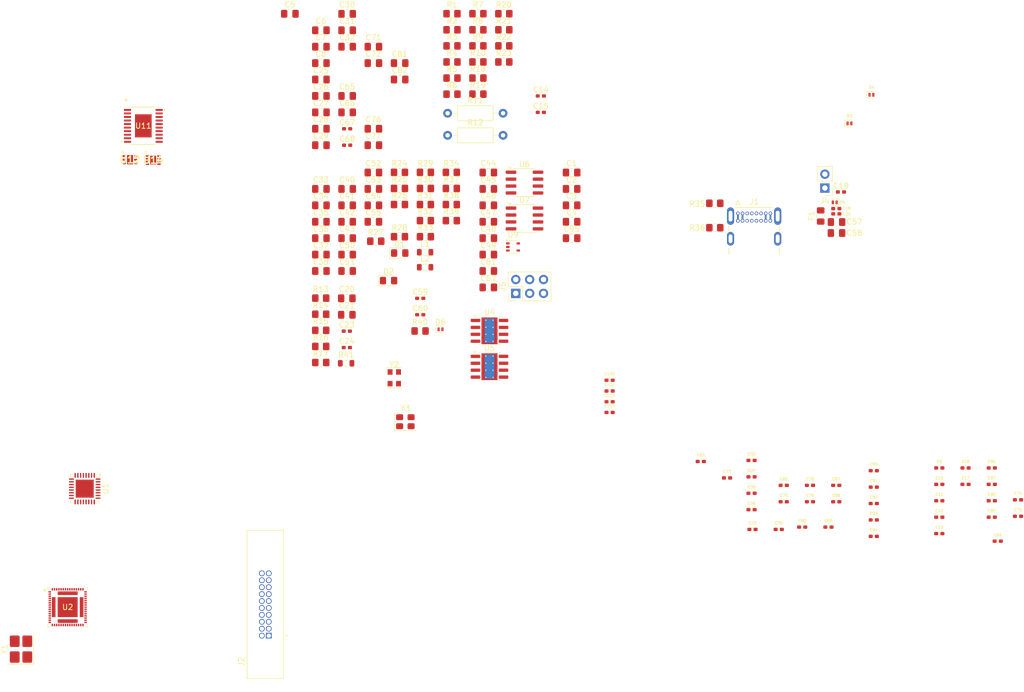
<source format=kicad_pcb>
(kicad_pcb (version 20241229) (generator "pcbnew") (generator_version "9.0")
  (layers (0 "F.Cu" signal) (2 "B.Cu" signal) (13 "F.Paste" user) (15 "B.Paste" user) (5 "F.SilkS" user "F.Silkscreen") (7 "B.SilkS" user "B.Silkscreen") (1 "F.Mask" user) (3 "B.Mask" user) (25 "Edge.Cuts" user))
  (net 0 "")
  (net 1 "GND")
  (net 2 "+3.3V")
  (net 3 "/DAC/DAC_AVDD")
  (net 4 "Net-(U1-DVDD)")
  (net 5 "Net-(U4A-+)")
  (net 6 "Net-(C5-Pad1)")
  (net 7 "Net-(U4A--)")
  (net 8 "Net-(C7-Pad1)")
  (net 9 "Net-(U4B--)")
  (net 10 "/USB Audio Input/0V9BP")
  (net 11 "/USB Audio Input/VBUS")
  (net 12 "Net-(C19-Pad1)")
  (net 13 "Net-(C20-Pad2)")
  (net 14 "/Clocking/XTAL1_IN")
  (net 15 "/Power Managment/+5V_FLT")
  (net 16 "/Power Managment/5VFB")
  (net 17 "Net-(C25-Pad1)")
  (net 18 "Net-(U4B-+)")
  (net 19 "Net-(C26-Pad1)")
  (net 20 "Net-(U5A--)")
  (net 21 "Net-(C28-Pad1)")
  (net 22 "Net-(U5A-+)")
  (net 23 "Net-(C29-Pad1)")
  (net 24 "Net-(U5B--)")
  (net 25 "Net-(U5B-+)")
  (net 26 "Net-(C31-Pad1)")
  (net 27 "Net-(C32-Pad1)")
  (net 28 "/Power Managment/VREG")
  (net 29 "/Power Managment/VREF")
  (net 30 "Net-(D1-A)")
  (net 31 "Net-(D2-K)")
  (net 32 "Net-(C37-Pad1)")
  (net 33 "Net-(C38-Pad1)")
  (net 34 "Net-(U14-VA)")
  (net 35 "/Power Managment/-5VFB")
  (net 36 "Net-(U14-VREG)")
  (net 37 "/Power Managment/-5V_FLT")
  (net 38 "/Power Managment/-5V5")
  (net 39 "Net-(U6-Cdelay)")
  (net 40 "+1V8")
  (net 41 "/Low Noise Rails/Vin")
  (net 42 "Net-(U7-Cdelay)")
  (net 43 "/Power Managment/+5V5")
  (net 44 "0V9")
  (net 45 "/Headphone Amp Stage/L+FLT")
  (net 46 "/Headphone Amp Stage/L-FLT")
  (net 47 "/USB Audio Input/3V3BP")
  (net 48 "/USB Audio Input/D+")
  (net 49 "/USB Audio Input/D-")
  (net 50 "/Debug/XMOS_NRST")
  (net 51 "Net-(U1-ADDR0)")
  (net 52 "Net-(U1-ADDR1)")
  (net 53 "Net-(U11-INBK)")
  (net 54 "/DAC/DAC2b")
  (net 55 "/DAC/DAC2")
  (net 56 "/DAC/DAC1b")
  (net 57 "/Headphone Amp Stage/OUTB")
  (net 58 "/Headphone Amp Stage/LOUT")
  (net 59 "/Headphone Amp Stage/Output_L")
  (net 60 "/Headphone Amp Stage/ROUT")
  (net 61 "/Headphone Amp Stage/Output_R")
  (net 62 "/Clocking/XTAL1_OUT")
  (net 63 "Net-(Y2-OUT)")
  (net 64 "/Clocking/MCLK_XMOS")
  (net 65 "/Clocking/XTAL1_EN")
  (net 66 "Net-(Y2-EN)")
  (net 67 "/Clocking/XTAL2_EN")
  (net 68 "Net-(Y3-EN)")
  (net 69 "/Clocking/MCLK_DAC")
  (net 70 "/Headphone Amp Stage/OUTC")
  (net 71 "/DAC/DAC1")
  (net 72 "/Headphone Amp Stage/OUTA")
  (net 73 "/Headphone Amp Stage/OUTD")
  (net 74 "Net-(R24-Pad2)")
  (net 75 "Net-(U11-FB1)")
  (net 76 "Net-(R26-Pad1)")
  (net 77 "Net-(U11-FB2)")
  (net 78 "Net-(U11-COMP2)")
  (net 79 "Net-(U11-COMP1)")
  (net 80 "Net-(U11-SS)")
  (net 81 "Net-(J1-CC1)")
  (net 82 "Net-(J1-CC2)")
  (net 83 "/DAC/SCL")
  (net 84 "/DAC/GPIO3")
  (net 85 "/DAC/SD0")
  (net 86 "/DAC/GPIO6")
  (net 88 "/DAC/GPIO4")
  (net 90 "/DAC/WS")
  (net 91 "/DAC/GPIO1")
  (net 92 "/DAC/EN")
  (net 93 "/DAC/SDA")
  (net 94 "/DAC/GPIO2")
  (net 95 "/DAC/BCK")
  (net 96 "/DAC/GPIO5")
  (net 105 "/Debug/TDI")
  (net 108 "/Debug/4D3")
  (net 109 "/USB Audio Input/QSPI_D2")
  (net 111 "/Debug/4D1")
  (net 113 "/USB Audio Input/QSPI_CSN")
  (net 114 "/USB Audio Input/QSPI_D3")
  (net 116 "/Debug/TMS")
  (net 118 "/USB Audio Input/QSPI_D1")
  (net 119 "/USB Audio Input/RST_N")
  (net 120 "/USB Audio Input/QSPI_CLK")
  (net 121 "/USB Audio Input/QSPI_D0")
  (net 125 "/Debug/TDO")
  (net 126 "/Debug/TCK")
  (net 127 "/Debug/4D2")
  (net 128 "/Debug/4D0")
  (net 129 "/USB Audio Input/1V1BP")
  (net 132 "+1.8V")
  (net 133 "Net-(F1-Pad2)")
  (net 135 "5Vin")
  (footprint "Capacitor_SMD:C_0402_1005Metric_Pad0.74x0.62mm_HandSolder" (layer "F.Cu") (at 193.84 141.35)
    (property "Reference" "C80")
    (property "Value" "100n" (hide yes))
  )
  (footprint "Resistor_SMD:R_0805_2012Metric_Pad1.20x1.40mm_HandSolder" (layer "F.Cu") (at 124.8 79.25)
    (property "Reference" "R30")
    (property "Value" "4k")
  )
  (footprint "Capacitor_SMD:C_0402_1005Metric_Pad0.74x0.62mm_HandSolder" (layer "F.Cu") (at 190.4575 133.69)
    (property "Reference" "C69")
    (property "Value" "100n" (hide yes))
  )
  (footprint "Oscillator:Oscillator_SMD_Abracon_ASE-4Pin_3.2x2.5mm" (layer "F.Cu") (at 121.125 122.025)
    (property "Reference" "Y3")
    (property "Value" "ASDLJ-E-45.1584MHz")
  )
  (footprint "Capacitor_SMD:C_0402_1005Metric_Pad0.74x0.62mm_HandSolder" (layer "F.Cu") (at 200.0775 133.69)
    (property "Reference" "C87")
    (property "Value" "100n" (hide yes))
  )
  (footprint "Capacitor_SMD:C_0805_2012Metric_Pad1.18x1.45mm_HandSolder" (layer "F.Cu") (at 105.65 82.35)
    (property "Reference" "C34")
    (property "Value" "1u")
  )
  (footprint "Resistor_SMD:R_0805_2012Metric_Pad1.20x1.40mm_HandSolder" (layer "F.Cu") (at 177.825 86.45 180)
    (property "Reference" "R36")
    (property "Value" "5.1k" (hide yes))
  )
  (footprint "Capacitor_SMD:C_0805_2012Metric_Pad1.18x1.45mm_HandSolder" (layer "F.Cu") (at 110.46 50.25)
    (property "Reference" "C31")
    (property "Value" "400p")
  )
  (footprint "Capacitor_SMD:C_0805_2012Metric_Pad1.18x1.45mm_HandSolder" (layer "F.Cu") (at 151.59 76.33)
    (property "Reference" "C1")
    (property "Value" "1u")
  )
  (footprint "Capacitor_SMD:C_0805_2012Metric_Pad1.18x1.45mm_HandSolder" (layer "F.Cu") (at 105.65 62.29)
    (property "Reference" "C26")
    (property "Value" "110p")
  )
  (footprint "Capacitor_SMD:C_0805_2012Metric_Pad1.18x1.45mm_HandSolder" (layer "F.Cu") (at 110.46 88.37)
    (property "Reference" "C43")
    (property "Value" "4.7u")
  )
  (footprint "Capacitor_SMD:C_0402_1005Metric_Pad0.74x0.62mm_HandSolder" (layer "F.Cu") (at 218.9575 139.53)
    (property "Reference" "C12")
    (property "Value" "100n" (hide yes))
  )
  (footprint "Capacitor_SMD:C_0402_1005Metric_Pad0.74x0.62mm_HandSolder" (layer "F.Cu") (at 200.0775 136.7)
    (property "Reference" "C88")
    (property "Value" "100n" (hide yes))
  )
  (footprint "Capacitor_SMD:C_0402_1005Metric_Pad0.74x0.62mm_HandSolder" (layer "F.Cu") (at 123.85 99.4)
    (property "Reference" "C59")
    (property "Value" "100n")
  )
  (footprint "Capacitor_SMD:C_0805_2012Metric_Pad1.18x1.45mm_HandSolder" (layer "F.Cu") (at 136.33 94.39)
    (property "Reference" "C61")
    (property "Value" "1u")
  )
  (footprint "Resistor_SMD:R_0805_2012Metric_Pad1.20x1.40mm_HandSolder" (layer "F.Cu") (at 120.05 82.2)
    (property "Reference" "R26")
    (property "Value" "36k")
  )
  (footprint "Capacitor_SMD:C_0805_2012Metric_Pad1.18x1.45mm_HandSolder" (layer "F.Cu") (at 115.27 79.34)
    (property "Reference" "C53")
    (property "Value" "4.7u")
  )
  (footprint "Resistor_SMD:R_0805_2012Metric_Pad1.20x1.40mm_HandSolder" (layer "F.Cu") (at 105.62 102.32)
    (property "Reference" "R14")
    (property "Value" "22R")
  )
  (footprint "Package_SO:SOIC-8_3.9x4.9mm_P1.27mm" (layer "F.Cu") (at 142.96 84.76)
    (property "Reference" "U7")
    (property "Value" "MCP1727-3302xSN")
  )
  (footprint "Capacitor_SMD:C_0805_2012Metric_Pad1.18x1.45mm_HandSolder" (layer "F.Cu") (at 110.46 65.3)
    (property "Reference" "C66")
    (property "Value" "4.7u")
  )
  (footprint "Capacitor_SMD:C_0402_1005Metric_Pad0.74x0.62mm_HandSolder" (layer "F.Cu") (at 218.9575 136.52)
    (property "Reference" "C11")
    (property "Value" "100n" (hide yes))
  )
  (footprint "Capacitor_SMD:C_0402_1005Metric_Pad0.74x0.62mm_HandSolder" (layer "F.Cu") (at 229.665 143.925)
    (property "Reference" "C64")
    (property "Value" "100n" (hide yes))
  )
  (footprint "Capacitor_SMD:C_0402_1005Metric_Pad0.74x0.62mm_HandSolder" (layer "F.Cu") (at 158.55 120.335)
    (property "Reference" "C103")
    (property "Value" "100n" (hide yes))
  )
  (footprint "Capacitor_SMD:C_0805_2012Metric_Pad1.18x1.45mm_HandSolder" (layer "F.Cu") (at 110.46 62.29)
    (property "Reference" "C65")
    (property "Value" "1u")
  )
  (footprint "Capacitor_SMD:C_0402_1005Metric_Pad0.74x0.62mm_HandSolder" (layer "F.Cu") (at 206.9575 143.045)
    (property "Reference" "C94")
    (property "Value" "100n" (hide yes))
  )
  (footprint "Resistor_SMD:R_0805_2012Metric_Pad1.20x1.40mm_HandSolder" (layer "F.Cu") (at 123.82 105.39)
    (property "Reference" "R40")
    (property "Value" "10K")
  )
  (footprint "Capacitor_SMD:C_0805_2012Metric_Pad1.18x1.45mm_HandSolder" (layer "F.Cu") (at 110.46 85.36)
    (property "Reference" "C42")
    (property "Value" "4.7u")
  )
  (footprint "Capacitor_SMD:C_0805_2012Metric_Pad1.18x1.45mm_HandSolder" (layer "F.Cu") (at 120.08 59.28)
    (property "Reference" "C82")
    (property "Value" "4.7u")
  )
  (footprint "Capacitor_SMD:C_0805_2012Metric_Pad1.18x1.45mm_HandSolder" (layer "F.Cu") (at 136.33 82.35)
    (property "Reference" "C46")
    (property "Value" "10u")
  )
  (footprint "Capacitor_SMD:C_0402_1005Metric_Pad0.74x0.62mm_HandSolder" (layer "F.Cu") (at 218.9575 142.54)
    (property "Reference" "C13")
    (property "Value" "100n" (hide yes))
  )
  (footprint "Resistor_SMD:R_0805_2012Metric_Pad1.20x1.40mm_HandSolder" (layer "F.Cu") (at 129.67 47.21)
    (property "Reference" "R1")
    (property "Value" "4.8k")
  )
  (footprint "Capacitor_SMD:C_0402_1005Metric_Pad0.74x0.62mm_HandSolder" (layer "F.Cu") (at 206.9575 140.035)
    (property "Reference" "C93")
    (property "Value" "100n" (hide yes))
  )
  (footprint "Capacitor_SMD:C_0402_1005Metric_Pad0.74x0.62mm_HandSolder" (layer "F.Cu") (at 223.7675 130.5)
    (property "Reference" "C16")
    (property "Value" "100n" (hide yes))
  )
  (footprint "Resistor_SMD:R_0805_2012Metric_Pad1.20x1.40mm_HandSolder" (layer "F.Cu") (at 124.8 76.3)
    (property "Reference" "R29")
    (property "Value" "750k")
  )
  (footprint "Capacitor_SMD:C_0402_1005Metric_Pad0.74x0.62mm_HandSolder" (layer "F.Cu") (at 206.9575 137.025)
    (property "Reference" "C92")
    (property "Value" "100n" (hide yes))
  )
  (footprint "Capacitor_SMD:C_0402_1005Metric_Pad0.74x0.62mm_HandSolder" (layer "F.Cu") (at 218.9575 130.5)
    (property "Reference" "C9")
    (property "Value" "100n" (hide yes))
  )
  (footprint "Resistor_SMD:R_0805_2012Metric_Pad1.20x1.40mm_HandSolder" (layer "F.Cu") (at 139.17 50.16)
    (property "Reference" "R21")
    (property "Value" "4.7k")
  )
  (footprint "Capacitor_SMD:C_0402_1005Metric_Pad0.74x0.62mm_HandSolder" (layer "F.Cu") (at 228.5775 133.51)
    (property "Reference" "C97")
    (property "Value" "100n" (hide yes))
  )
  (footprint "Oscillator:Oscillator_SMD_EuroQuartz_XO32-4Pin_3.2x2.5mm" (layer "F.Cu") (at 119.1 113.975)
    (property "Reference" "Y2")
    (property "Value" "LMK6CE049152CDLFR")
  )
  (footprint "Resistor_SMD:R_0805_2012Metric_Pad1.20x1.40mm_HandSolder" (layer "F.Cu") (at 129.67 61.96)
    (property "Reference" "R6")
    (property "Value" "4.7k")
  )
  (footprint "Capacitor_SMD:C_0402_1005Metric_Pad0.74x0.62mm_HandSolder" (layer "F.Cu") (at 195.2675 136.7)
    (property "Reference" "C79")
    (property "Value" "100n" (hide yes))
  )
  (footprint "Capacitor_SMD:C_0805_2012Metric_Pad1.18x1.45mm_HandSolder" (layer "F.Cu") (at 110.46 47.24)
    (property "Reference" "C30")
    (property "Value" "1p")
  )
  (footprint "Resistor_SMD:R_0805_2012Metric_Pad1.20x1.40mm_HandSolder" (layer "F.Cu") (at 129.55 76.3)
    (property "Reference" "R34")
    (property "Value" "52.3K")
  )
  (footprint "Capacitor_SMD:C_0402_1005Metric_Pad0.74x0.62mm_HandSolder" (layer "F.Cu") (at 158.55 114.425)
    (property "Reference" "C100")
    (property "Value" "100n" (hide yes))
  )
  (footprint "Capacitor_SMD:C_0402_1005Metric_Pad0.74x0.62mm_HandSolder" (layer "F.Cu") (at 198.65 141.35)
    (property "Reference" "C89")
    (property "Value" "100n" (hide yes))
  )
  (footprint "Capacitor_SMD:C_0805_2012Metric_Pad1.18x1.45mm_HandSolder" (layer "F.Cu") (at 105.65 85.36)
    (property "Reference" "C35")
    (property "Value" "10u")
  )
  (footprint "Resistor_SMD:R_0805_2012Metric_Pad1.20x1.40mm_HandSolder" (layer "F.Cu") (at 124.8 88.1)
    (property "Reference" "R33")
    (property "Value" "470K")
  )
  (footprint "Capacitor_SMD:C_0805_2012Metric_Pad1.18x1.45mm_HandSolder" (layer "F.Cu") (at 136.33 76.33)
    (property "Reference" "C44")
    (property "Value" "1u")
  )
  (footprint "Resistor_SMD:R_0805_2012Metric_Pad1.20x1.40mm_HandSolder" (layer "F.Cu") (at 134.42 61.96)
    (property "Reference" "R19")
    (property "Value" "4.8k")
  )
  (footprint "Capacitor_SMD:C_0402_1005Metric_Pad0.74x0.62mm_HandSolder" (layer "F.Cu") (at 158.55 116.395)
    (property "Reference" "C101")
    (property "Value" "100n" (hide yes))
  )
  (footprint "Capacitor_SMD:C_0402_1005Metric_Pad0.74x0.62mm_HandSolder" (layer "F.Cu") (at 180.0675 132.335)
    (property "Reference" "C73")
    (property "Value" "10n" (hide yes))
  )
  (footprint "Capacitor_SMD:C_0805_2012Metric_Pad1.18x1.45mm_HandSolder" (layer "F.Cu") (at 105.65 53.26)
    (property "Reference" "C7")
    (property "Value" "110p")
  )
  (footprint "Capacitor_SMD:C_0402_1005Metric_Pad0.74x0.62mm_HandSolder" (layer "F.Cu") (at 195.2675 133.69)
    (property "Reference" "C78")
    (property "Value" "10n" (hide yes))
  )
  (footprint "Capacitor_SMD:C_0805_2012Metric_Pad1.18x1.45mm_HandSolder" (layer "F.Cu") (at 110.46 82.35)
    (property "Reference" "C41")
    (property "Value" "4.7u")
  )
  (footprint "Connector_PinHeader_2.54mm:PinHeader_2x03_P2.54mm_Vertical" (layer "F.Cu") (at 141.36 98.49 90)
    (property "Reference" "J5")
    (property "Value" "PINHD_2x3_Male")
  )
  (footprint "Capacitor_SMD:C_0805_2012Metric_Pad1.18x1.45mm_HandSolder" (layer "F.Cu") (at 110.46 53.26)
    (property "Reference" "C32")
    (property "Value" "110p")
  )
  (footprint "M50_3551042:HARWIN_M50-3551042" (layer "F.Cu") (at 95.465 155.54 90)
    (property "Reference" "J2")
    (property "Value" "M50-3551042")
  )
  (footprint "Capacitor_SMD:C_0805_2012Metric_Pad1.18x1.45mm_HandSolder" (layer "F.Cu") (at 105.65 94.39)
    (property "Reference" "C38")
    (property "Value" "47u")
  )
  (footprint "Resistor_THT:R_Axial_DIN0207_L6.3mm_D2.5mm_P10.16mm_Horizontal" (layer "F.Cu") (at 128.87 69.51)
    (property "Reference" "R12")
    (property "Value" "39.2")
  )
  (footprint "Diode_SMD:D_SOD-882" (layer "F.Cu") (at 127.565 105.085)
    (property "Reference" "D6")
    (property "Value" "PESD5V0L1BSL")
  )
  (footprint "Diode_SMD:D_SOD-882" (layer "F.Cu") (at 199.8 81.8 180)
    (property "Reference" "D5")
    (property "Value" "PESD5V0L1BSL" (hide yes))
  )
  (footprint "Capacitor_SMD:C_0402_1005Metric_Pad0.74x0.62mm_HandSolder" (layer "F.Cu") (at 184.5575 132.135)
    (property "Reference" "C84")
    (property "Value" "10n" (hide yes))
  )
  (footprint "Capacitor_SMD:C_0402_1005Metric_Pad0.74x0.62mm_HandSolder" (layer "F.Cu") (at 158.55 118.365)
    (property "Reference" "C102")
    (property "Value" "100n" (hide yes))
  )
  (footprint "Resistor_SMD:R_0805_2012Metric_Pad1.20x1.40mm_HandSolder" (layer "F.Cu") (at 129.55 85.15)
    (property "Reference" "R39")
    (property "Value" "620k")
  )
  (footprint "Resistor_SMD:R_0805_2012Metric_Pad1.20x1.40mm_HandSolder" (layer "F.Cu") (at 120.05 88.1)
    (property "Reference" "R28")
    (property "Value" "27K")
  )
  (footprint "Resistor_SMD:R_0805_2012Metric_Pad1.20x1.40mm_HandSolder" (layer "F.Cu") (at 134.42 56.06)
    (property "Reference" "R10")
    (property "Value" "4.7k")
  )
  (footprint "Capacitor_SMD:C_0805_2012Metric_Pad1.18x1.45mm_HandSolder" (layer "F.Cu") (at 136.33 97.4)
    (property "Reference" "C62")
    (property "Value" "1u")
  )
  (footprint "Capacitor_SMD:C_0805_2012Metric_Pad1.18x1.45mm_HandSolder" (layer "F.Cu") (at 115.27 56.27)
    (property "Reference" "C72")
    (property "Value" "4.7u")
  )
  (footprint "Resistor_THT:R_Axial_DIN0207_L6.3mm_D2.5mm_P10.16mm_Horizontal" (layer "F.Cu") (at 128.87 65.46)
    (property "Reference" "R11")
    (property "Value" "39.2")
  )
  (footprint "Resistor_SMD:R_0805_2012Metric_Pad1.20x1.40mm_HandSolder" (layer "F.Cu") (at 134.42 59.01)
    (property "Reference" "R18")
    (property "Value" "1k")
  )
  (footprint "Capacitor_SMD:C_0402_1005Metric_Pad0.74x0.62mm_HandSolder" (layer "F.Cu") (at 110.46 71.32)
    (property "Reference" "C68")
    (property "Value" "10n")
  )
  (footprint "Capacitor_SMD:C_0402_1005Metric_Pad0.74x0.62mm_HandSolder" (layer "F.Cu") (at 175.2575 129.325)
    (property "Reference" "C63")
    (property "Value" "10n" (hide yes))
  )
  (footprint "Capacitor_SMD:C_0805_2012Metric_Pad1.18x1.45mm_HandSolder" (layer "F.Cu") (at 110.46 91.38)
    (property "Reference" "C50")
    (property "Value" "4.7u")
  )
  (footprint "Capacitor_SMD:C_0805_2012Metric_Pad1.18x1.45mm_HandSolder" (layer "F.Cu") (at 105.65 79.34)
    (property "Reference" "C33")
    (property "Value" "1u")
  )
  (footprint "Crystal:Crystal_SMD_3225-4Pin_3.2x2.5mm_HandSoldering" (layer "F.Cu") (at 50.7 163.725 90)
    (property "Reference" "Y1")
    (property "Value" "Crystal_GND24")
  )
  (footprint "Diode_SMD:D_0805_2012Metric_Pad1.15x1.40mm_HandSolder" (layer "F.Cu") (at 120.095 91.095)
    (property "Reference" "D1")
    (property "Value" "D_Schottky")
  )
  (footprint "Resistor_SMD:R_0805_2012Metric_Pad1.20x1.40mm_HandSolder" (layer "F.Cu") (at 129.67 53.11)
    (property "Reference" "R3")
    (property "Value" "4.7k")
  )
  (footprint "Capacitor_SMD:C_0805_2012Metric_Pad1.18x1.45mm_HandSolder" (layer "F.Cu") (at 105.65 91.38)
    (property "Reference" "C37")
    (property "Value" "47u")
  )
  (footprint "Capacitor_SMD:C_0402_1005Metric_Pad0.74x0.62mm_HandSolder" (layer "F.Cu") (at 190.4575 136.7)
    (property "Reference" "C70")
    (property "Value" "100n" (hide yes))
  )
  (footprint "Package_SO:SOIC-8_3.9x4.9mm_P1.27mm" (layer "F.Cu") (at 142.96 78.18)
    (property "Reference" "U6")
    (property "Value" "MCP1727-1802xSN")
  )
  (footprint "Resistor_SMD:R_0805_2012Metric_Pad1.20x1.40mm_HandSolder" (layer "F.Cu") (at 120.05 76.3)
    (property "Reference" "R24")
    (property "Value" "560K")
  )
  (footprint "ADP5071:RE-20-1_ADI" (layer "F.Cu") (at 73.113601 67.7722)
    (property "Reference" "U11")
    (property "Value" "ADP5071AREZ-R7")
  )
  (footprint "Capacitor_SMD:C_0805_2012Metric_Pad1.18x1.45mm_HandSolder" (layer "F.Cu") (at 105.65 65.3)
    (property "Reference" "C27")
    (property "Value" "1p")
  )
  (footprint "Resistor_SMD:R_0805_2012Metric_Pad1.20x1.40mm_HandSolder" (layer "F.Cu") (at 139.17 53.11)
    (property "Reference" "R22")
    (property "Value" "1k")
  )
  (footprint "Capacitor_SMD:C_0805_2012Metric_Pad1.18x1.45mm_HandSolder" (layer "F.Cu") (at 136.33 79.34)
    (property "Reference" "C45")
    (property "Value" "1u")
  )
  (footprint "Resistor_SMD:R_0805_2012Metric_Pad1.20x1.40mm_HandSolder" (layer "F.Cu") (at 105.62 99.37)
    (property "Reference" "R13")
    (property "Value" "680")
  )
  (footprint "Capacitor_SMD:C_0402_1005Metric_Pad0.74x0.62mm_HandSolder" (layer "F.Cu") (at 233.3825 139.36)
    (property "Reference" "C75")
    (property "Value" "100n" (hide yes))
  )
  (footprint "Diode_SMD:D_SOD-882" (layer "F.Cu") (at 202.5 67.325)
    (property "Reference" "D3")
    (property "Value" "PESD5V0L1BSL" (hide yes))
  )
  (footprint "Capacitor_SMD:C_0805_2012Metric_Pad1.18x1.45mm_HandSolder" (layer "F.Cu") (at 115.27 53.26)
    (property "Reference" "C71")
    (property "Value" "1u")
  )
  (footprint "Fuse:Fuse_0805_2012Metric_Pad1.15x1.40mm_HandSolder" (layer "F.Cu") (at 197.225 84.3 90)
    (property "Reference" "F1")
    (property "Value" "2A")
  )
  (footprint "Capacitor_SMD:C_0402_1005Metric_Pad0.74x0.62mm_HandSolder" (layer "F.Cu") (at 145.95 62.29)
    (property "Reference" "C14")
    (property "Value" "100n")
  )
  (footprint "Package_SO:SOIC-8-1EP_3.9x4.9mm_P1.27mm_EP2.95x4.9mm_Mask2.71x3.4mm_ThermalVias" (layer "F.Cu") (at 136.5425 105.36)
    (property "Reference" "U4")
    (property "Value" "OPA1612AxD")
  )
  (footprint "Resistor_SMD:R_0805_2012Metric_Pad1.20x1.40mm_HandSolder" (layer "F.Cu") (at 105.62 108.22)
    (property "Reference" "R16")
    (property "Value" "22R")
  )
  (footprint "Resistor_SMD:R_0805_2012Metric_Pad1.20x1.40mm_HandSolder" (layer "F.Cu") (at 177.825 81.975)
    (property "Reference" "R35")
    (property "Value" "5.1k" (hide yes))
  )
  (footprint "Capacitor_SMD:C_0402_1005Metric_Pad0.74x0.62mm_HandSolder" (layer "F.Cu") (at 228.5775 136.52)
    (property "Reference" "C98")
    (property "Value" "100n" (hide yes))
  )
  (footprint "Capacitor_SMD:C_0402_1005Metric_Pad0.74x0.62mm_HandSolder" (layer "F.Cu") (at 223.7675 133.51)
    (property "Reference" "C17")
    (property "Value" "100n" (hide yes))
  )
  (footprint "Resistor_SMD:R_0805_2012Metric_Pad1.20x1.40mm_HandSolder" (layer "F.Cu") (at 129.55 82.2)
    (property "Reference" "R38")
    (property "Value" "1k")
  )
  (footprint "Package_SO:SOIC-8-1EP_3.9x4.9mm_P1.27mm_EP2.95x4.9mm_Mask2.71x3.4mm_ThermalVias" (layer "F.Cu") (at 136.5425 111.94)
    (property "Reference" "U5")
    (property "Value" "OPA1612AxD")
  )
  (footprint "Capacitor_SMD:C_0402_1005Metric_Pad0.74x0.62mm_HandSolder" (layer "F.Cu") (at 184.5575 138.155)
    (property "Reference" "C86")
    (property "Value" "10n" (hide yes))
  )
  (footprint "Capacitor_SMD:C_0402_1005Metric_Pad0.74x0.62mm_HandSolder" (layer "F.Cu") (at 200.0925 82.95)
    (property "Reference" "C18")
    (property "Value" "100n" (hide yes))
  )
  (footprint "Inductor_SMD:L_0805_2012Metric" (layer "F.Cu") (at 110.27 111.31)
    (property "Reference" "R41")
    (property "Value" "1M")
  )
  (footprint "Capacitor_SMD:C_0805_2012Metric_Pad1.18x1.45mm_HandSolder" (layer "F.Cu") (at 115.27 71.32)
    (property "Reference" "C77")
    (property "Value" "4.7u")
  )
  (footprint "Resistor_SMD:R_0805_2012Metric_Pad1.20x1.40mm_HandSolder" (layer "F.Cu") (at 139.17 56.06)
    (property "Reference" "R23")
    (property "Value" "1k")
  )
  (footprint "Capacitor_SMD:C_0402_1005Metric_Pad0.74x0.62mm_HandSolder" (layer "F.Cu") (at 228.5775 130.5)
    (property "Reference" "C96")
    (property "Value" "100n" (hide yes))
  )
  (footprint "Capacitor_SMD:C_0402_1005Metric_Pad0.74x0.62mm_HandSolder" (layer "F.Cu") (at 110.4 105.42)
    (property "Reference" "C23")
    (property "Value" "100n")
  )
  (footprint "Capacitor_SMD:C_0402_1005Metric_Pad0.74x0.62mm_HandSolder" (layer "F.Cu") (at 218.9575 133.51)
    (property "Reference" "C10")
    (property "Value" "100n" (hide yes))
  )
  (footprint "Capacitor_SMD:C_0805_2012Metric_Pad1.18x1.45mm_HandSolder" (layer "F.Cu") (at 105.65 50.25)
    (property "Reference" "C6")
    (property "Value" "1p")
  )
  (footprint "Capacitor_SMD:C_0402_1005Metric_Pad0.74x0.62mm_HandSolder" (layer "F.Cu") (at 184.5575 129.125)
    (property "Reference" "C83")
    (property "Value" "10n" (hide yes))
  )
  (footprint "Diode_SMD:D_0805_2012Metric_Pad1.15x1.40mm_HandSolder" (layer "F.Cu") (at 118.05 96.15)
    (property "Reference" "D2")
    (property "Value" "D_Schottky")
  )
  (footprint "Capacitor_SMD:C_0402_1005Metric_Pad0.74x0.62mm_HandSolder" (layer "F.Cu") (at 228.5775 139.53)
    (property "Reference" "C99")
    (property "Value" "100n" (hide yes))
  )
  (footprint "Capacitor_SMD:C_0805_2012Metric_Pad1.18x1.45mm_HandSolder" (layer "F.Cu") (at 115.27 76.33)
    (property "Reference" "C52")
    (property "Value" "4.7u")
  )
  (footprint "Capacitor_SMD:C_0402_1005Metric_Pad0.74x0.62mm_HandSolder" (layer "F.Cu") (at 184.7325 141.775)
    (property "Reference" "C22")
    (property "Value" "10n" (hide yes))
  )
  (footprint "Capacitor_SMD:C_0402_1005Metric_Pad0.74x0.62mm_HandSolder" (layer "F.Cu") (at 189.5425 141.775)
    (property "Reference" "C39")
    (property "Value" "10n" (hide yes))
  )
  (footprint "Resistor_SMD:R_0805_2012Metric_Pad1.20x1.40mm_HandSolder" (layer "F.Cu") (at 124.8 82.2)
    (property "Reference" "R31")
    (property "Value" "1K")
  )
  (footprint "Capacitor_SMD:C_0402_1005Metric_Pad0.74x0.62mm_HandSolder" (layer "F.Cu") (at 184.5575 135.145)
    (property "Reference" "C85")
    (property "Value" "10n" (hide yes))
  )
  (footprint "Diode_SMD:D_SOD-882" (layer "F.Cu") (at 206.525 62.075)
    (property "Reference" "D4")
    (property "Value" "PESD5V0L1BSL" (hide yes))
  )
  (footprint "Resistor_SMD:R_0805_2012Metric_Pad1.20x1.40mm_HandSolder" (layer "F.Cu") (at 129.55 79.25)
    (property "Reference" "R37")
    (property "Value" "8.2k")
  )
  (footprint "Capacitor_SMD:C_0805_2012Metric_Pad1.18x1.45mm_HandSolder" (layer "F.Cu") (at 151.59 79.34)
    (property "Reference" "C2")
    (property "Value" "1u")
  )
  (footprint "Capacitor_SMD:C_0805_2012Metric_Pad1.18x1.45mm_HandSolder" (layer "F.Cu") (at 110.46 94.39)
    (property "Reference" "C51")
    (property "Value" "4.7u")
  )
  (footprint "Resistor_SMD:R_0805_2012Metric_Pad1.20x1.40mm_HandSolder" (layer "F.Cu") (at 134.42 50.16)
    (property "Reference" "R8")
    (property "Value" "4.7meg")
  )
  (footprint "Capacitor_SMD:C_0805_2012Metric_Pad1.18x1.45mm_HandSolder" (layer "F.Cu") (at 200.13 85.415)
    (property "Reference" "C57")
    (property "Value" "1u" (hide yes))
  )
  (footprint "Resistor_SMD:R_0805_2012Metric_Pad1.20x1.40mm_HandSolder" (layer "F.Cu") (at 129.67 59.01)
    (property "Reference" "R5")
    (property "Value" "4.7meg")
  )
  (footprint "Capacitor_SMD:C_0805_2012Metric_Pad1.18x1.45mm_HandSolder" (layer "F.Cu") (at 136.33 85.36)
    (property "Reference" "C47")
    (property "Value" "10u")
  )
  (footprint "Capacitor_SMD:C_0805_2012Metric_Pad1.18x1.45mm_HandSolder" (layer "F.Cu") (at 115.27 82.35)
    (property "Reference" "C54")
    (property "Value" "4.7u")
  )
  (footprint "Capacitor_SMD:C_0402_1005Metric_Pad0.74x0.62mm_HandSolder" (layer "F.Cu") (at 233.3825 136.35)
    (property "Reference" "C74")
    (property "Value" "100n" (hide yes))
  )
  (footprint "Capacitor_SMD:C_0805_2012Metric_Pad1.18x1.45mm_HandSolder" (layer "F.Cu") (at 110.4 102.41)
    (property "Reference" "C21")
    (property "Value" "18p")
  )
  (footprint "Capacitor_SMD:C_0805_2012Metric_Pad1.18x1.45mm_HandSolder" (layer "F.Cu") (at 105.65 56.27)
    (property "Reference" "C8")
    (property "Value" "1p")
  )
  (footprint "Resistor_SMD:R_0805_2012Metric_Pad1.20x1.40mm_HandSolder" (layer "F.Cu") (at 129.67 56.06)
    (property "Reference" "R4")
    (property "Value" "4.8k")
  )
  (footprint "Capacitor_SMD:C_0805_2012Metric_Pad1.18x1.45mm_HandSolder" (layer "F.Cu") (at 105.65 59.28)
    (property "Reference" "C25")
    (property "Value" "400p")
  )
  (footprint "Capacitor_SMD:C_0805_2012Metric_Pad1.18x1.45mm_HandSolder" (layer "F.Cu") (at 151.59 85.36)
    (property "Reference" "C4")
    (property "Value" "1u")
  )
  (footprint "Capacitor_SMD:C_0402_1005Metric_Pad0.74x0.62mm_HandSolder" (layer "F.Cu") (at 200.0925 83.915)
    (property "Reference" "C56")
    (property "Value" "100n" (hide yes))
  )
  (footprint "Capacitor_SMD:C_0402_1005Metric_Pad0.74x0.62mm_HandSolder" (layer "F.Cu") (at 145.95 65.3)
    (property "Reference" "C15")
    (property "Value" "100n")
  )
  (footprint "Capacitor_SMD:C_0402_1005Metric_Pad0.74x0.62mm_HandSolder" (layer "F.Cu") (at 123.85 102.41)
    (property "Reference" "C60")
    (property "Value" "100n")
  )
  (footprint "2137160001:MOLEX_2137160001" (layer "F.Cu") (at 185.03 91.475)
    (property "Reference" "J1")
    (property "Value" "2137160001" (hide yes))
  )
  (footprint "Inductor_SMD:L_0805_2012Metric" (layer "F.Cu") (at 124.74 93.7)
    (property "Reference" "L2")
    (property "Value" "4.7u")
  )
  (footprint "Capacitor_SMD:C_0805_2012Metric_Pad1.18x1.45mm_HandSolder" (layer "F.Cu") (at 136.33 91.38)
    (property "Reference" "C49")
    (property "Value" "1u")
  )
  (footprint "Capacitor_SMD:C_0805_2012Metric_Pad1.18x1.45mm_HandSolder" (layer "F.Cu") (at 115.27 68.31)
    (property "Reference" "C76")
    (property "Value" "1u")
  )
  (footprint "Resistor_SMD:R_0805_2012Metric_Pad1.20x1.40mm_HandSolder" (layer "F.Cu") (at 115.7 88.925)
    (property "Reference" "R27")
    (property "Value" "100K")
  )
  (footprint "TPS74501PDRVR:SON65P200X200X80-7N" (layer "F.Cu") (at 70.675 73.975)
    (property "Reference" "U12")
    (property "Value" "TPS74501PDRVR" (hide yes))
  )
  (footprint "Resistor_SMD:R_0805_2012Metric_Pad1.20x1.40mm_HandSolder" (layer "F.Cu") (at 129.67 50.16)
    (property "Reference" "R2")
    (property "Value" "4.7meg")
  )
  (footprint "ADP7185ACPZN-R7:SON50P200X200X60-9N" (layer "F.Cu") (at 74.925 74.05)
    (property "Reference" "U14")
    (property "Value" "ADP7185ACPZN-R7" (hide yes))
  )
  (footprint "Capacitor_SMD:C_0402_1005Metric_Pad0.74x0.62mm_HandSolder" (layer "F.Cu") (at 200.9425 79.9)
    (property "Reference" "C19")
    (property "Value" "100n" (hide yes))
  )
  (footprint "Resistor_SMD:R_0805_2012Metric_Pad1.20x1.40mm_HandSolder" (layer "F.Cu") (at 120.05 79.25)
    (property "Reference" "R25")
    (property "Value" "100K")
  )
  (footprint "Capacitor_SMD:C_0805_2012Metric_Pad1.18x1.45mm_HandSolder" (layer "F.Cu") (at 110.4 99.4)
    (property "Reference" "C20")
    (property "Value" "18p")
  )
  (footprint "Capacitor_SMD:C_0805_2012Metric_Pad1.18x1.45mm_HandSolder" (layer "F.Cu") (at 120.08 56.27)
    (property "Reference" "C81")
    (property "Value" "1u")
  )
  (footprint "Capacitor_SMD:C_0805_2012Metric_Pad1.18x1.45mm_HandSolder" (layer "F.Cu") (at 105.65 88.37)
    (property "Reference" "C36")
    (property "Value" "10u")
  )
  (footprint "Resistor_SMD:R_0805_2012Metric_Pad1.20x1.40mm_HandSolder" (layer "F.Cu") (at 105.62 105.27)
    (property "Reference" "R15")
    (property "Value" "22R")
  )
  (footprint "Capacitor_SMD:C_0805_2012Metric_Pad1.18x1.45mm_HandSolder" (layer "F.Cu") (at 151.59 82.35)
    (property "Reference" "C3")
    (property "Value" "1u")
  )
  (footprint "Capacitor_SMD:C_0805_2012Metric_Pad1.18x1.45mm_HandSolder" (layer "F.Cu") (at 151.59 88.37)
    (property "Reference" "C95")
    (property "Value" "1u")
  )
  (footprint "Resistor_SMD:R_0805_2012Metric_Pad1.20x1.40mm_HandSolder" (layer "F.Cu") (at 139.17 47.21)
    (property "Reference" "R20")
    (property "Value" "4.7meg")
  )
  (footprint "Capacitor_SMD:C_0805_2012Metric_Pad1.18x1.45mm_HandSolder" (layer "F.Cu") (at 105.65 68.31)
    (property "Reference" "C28")
    (property "Value" "400p")
  )
  (footprint "Capacitor_SMD:C_0805_2012Metric_Pad1.18x1.45mm_HandSolder" (layer "F.Cu") (at 99.9625 47.225)
    (property "Reference" "C5")
    (property "Value" "400p")
  )
  (footprint "Resistor_SMD:R_0805_2012Metric_Pad1.20x1.40mm_HandSolder" (layer "F.Cu") (at 105.62 111.17)
    (property "Reference" "R17")
    (property "Value" "22R")
  )
  (footprint "Capacitor_SMD:C_0402_1005Metric_Pad0.74x0.62mm_HandSolder" (layer "F.Cu") (at 110.46 68.31)
    (property "Reference" "C67")
    (property "Value" "100n")
  )
  (footprint "Capacitor_SMD:C_0805_2012Metric_Pad1.18x1.45mm_HandSolder" (layer "F.Cu") (at 110.46 79.34)
    (property "Reference" "C40")
    (property "Value" "1u")
  )
  (footprint "Capacitor_SMD:C_0402_1005Metric_Pad0.74x0.62mm_HandSolder" (layer "F.Cu") (at 206.9575 134.015)
    (property "Reference" "C91")
    (property "Value" "100n" (hide yes))
  )
  (footprint "Capacitor_SMD:C_0805_2012Metric_Pad1.18x1.45mm_HandSolder" (layer "F.Cu") (at 105.65 71.32)
    (property "Reference" "C29")
    (property "Value" "110p")
  )
  (footprint "Connector_PinHeader_2.54mm:PinHeader_1x02_P2.54mm_Vertical" (layer "F.Cu") (at 198 79.175 180)
    (property "Reference" "J4")
    (property "Value" "PINHD_1x2_Male" (hide yes))
  )
  (footprint "Inductor_SMD:L_0805_2012Metric" (layer "F.Cu") (at 124.74 90.95)
    (property "Reference" "L1")
    (property "Value" "3.3u")
  )
  (footprint "Package_DFN_QFN:QFN-32-1EP_5x5mm_P0.5mm_EP3.3x3.3mm" (layer "F.Cu") (at 62.375 134.3 -90)
    (property "Reference" "U1")
    (property "Value" "ES9039Q2M")
  )
  (footprint "Resistor_SMD:R_0805_2012Metric_Pad1.20x1.40mm_HandSolder" (layer "F.Cu") (at 134.42 47.21)
    (property "Reference" "R7")
    (property "Value" "4.8k")
  )
  (footprint "Capacitor_SMD:C_0805_2012Metric_Pad1.18x1.45mm_HandSolder" (layer "F.Cu") (at 115.27 85.36)
    (property "Reference" "C55")
    (property "Value" "4.7u")
  )
  (footprint "Resistor_SMD:R_0805_2012Metric_Pad1.20x1.40mm_HandSolder" (layer "F.Cu") (at 124.8 85.15)
    (property "Reference" "R32")
    (property "Value" "DNP")
  )
  (footprint "footprints:QFN_F60B-C24_XMO" (layer "F.Cu") (at 59.25 156.025)
    (property "Reference" "U2")
    (property "Value" "XU316-1024-QF60B-C24")
  )
  (footprint "Package_TO_SOT_SMD:SOT-353_SC-70-5" (layer "F.Cu") (at 140.86 89.985)
    (property "Reference" "U9")
    (property "Value" "TPS717XX")
  )
  (footprint "Capacitor_SMD:C_0805_2012Metric_Pad1.18x1.45mm_HandSolder" (layer "F.Cu") (at 200.13 87.425)
    (property "Reference" "C58")
    (property "Value" "1u" (hide yes))
  )
  (footprint "Capacitor_SMD:C_0402_1005Metric_Pad0.74x0.62mm_HandSolder" (layer "F.Cu") (at 110.4 108.43)
    (property "Reference" "C24")
    (property "Value" "100n")
  )
  (footprint "Resistor_SMD:R_0805_2012Metric_Pad1.20x1.40mm_HandSolder" (layer "F.Cu") (at 134.42 53.11)
    (property "Reference" "R9")
    (property "Value" "1k")
  )
  (footprint "Capacitor_SMD:C_0402_1005Metric_Pad0.74x0.62mm_HandSolder" (layer "F.Cu") (at 206.9575 131.005)
    (property "Reference" "C90")
    (property "Value" "100n" (hide yes))
  )
  (footprint "Capacitor_SMD:C_0805_2012Metric_Pad1.18x1.45mm_HandSolder" (layer "F.Cu") (at 136.33 88.37)
    (property "Reference" "C48")
    (property "Value" "1u")
  )
)
</source>
